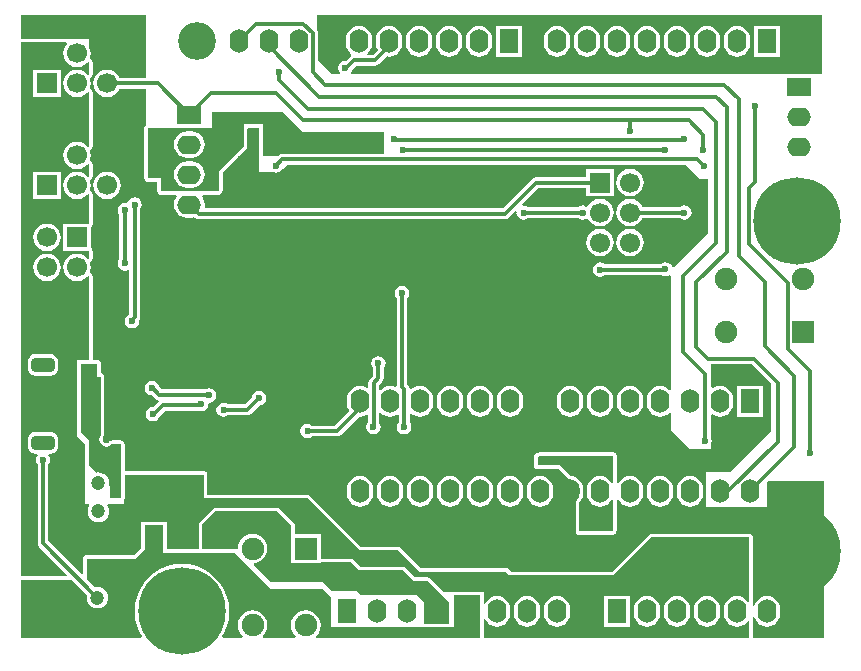
<source format=gbl>
G04*
G04 #@! TF.GenerationSoftware,Altium Limited,Altium Designer,18.0.7 (293)*
G04*
G04 Layer_Physical_Order=2*
G04 Layer_Color=16711680*
%FSLAX25Y25*%
%MOIN*%
G70*
G01*
G75*
%ADD55C,0.07480*%
%ADD56R,0.07480X0.07480*%
%ADD61R,0.07480X0.07480*%
%ADD70C,0.01181*%
%ADD71C,0.06693*%
%ADD72R,0.06693X0.06693*%
%ADD73C,0.12598*%
%ADD74O,0.06299X0.07874*%
%ADD75R,0.06299X0.07874*%
%ADD76C,0.29134*%
%ADD77R,0.06693X0.06693*%
%ADD78O,0.07874X0.06299*%
%ADD79R,0.07874X0.06299*%
G04:AMPARAMS|DCode=80|XSize=78.74mil|YSize=47.24mil|CornerRadius=14.17mil|HoleSize=0mil|Usage=FLASHONLY|Rotation=0.000|XOffset=0mil|YOffset=0mil|HoleType=Round|Shape=RoundedRectangle|*
%AMROUNDEDRECTD80*
21,1,0.07874,0.01890,0,0,0.0*
21,1,0.05039,0.04724,0,0,0.0*
1,1,0.02835,0.02520,-0.00945*
1,1,0.02835,-0.02520,-0.00945*
1,1,0.02835,-0.02520,0.00945*
1,1,0.02835,0.02520,0.00945*
%
%ADD80ROUNDEDRECTD80*%
%ADD81C,0.04724*%
%ADD82C,0.02362*%
G36*
X268504Y188976D02*
X111339D01*
X111337Y188985D01*
X111224Y189476D01*
X111721Y190220D01*
X111782Y190527D01*
X113051Y191796D01*
X119291D01*
X119983Y191934D01*
X120569Y192325D01*
X123194Y194951D01*
X124000Y194844D01*
X125130Y194993D01*
X126184Y195430D01*
X127089Y196124D01*
X127783Y197029D01*
X128219Y198082D01*
X128368Y199213D01*
Y200787D01*
X128219Y201918D01*
X127783Y202971D01*
X127089Y203876D01*
X126184Y204570D01*
X125130Y205007D01*
X124000Y205155D01*
X122870Y205007D01*
X121816Y204570D01*
X120911Y203876D01*
X120217Y202971D01*
X119781Y201918D01*
X119632Y200787D01*
Y199213D01*
X119781Y198082D01*
X120201Y197067D01*
X118543Y195409D01*
X116978D01*
X116808Y195909D01*
X117089Y196124D01*
X117783Y197029D01*
X118219Y198082D01*
X118368Y199213D01*
Y200787D01*
X118219Y201918D01*
X117783Y202971D01*
X117089Y203876D01*
X116184Y204570D01*
X115130Y205007D01*
X114000Y205155D01*
X112870Y205007D01*
X111816Y204570D01*
X110911Y203876D01*
X110217Y202971D01*
X109781Y201918D01*
X109632Y200787D01*
Y199213D01*
X109781Y198082D01*
X110217Y197029D01*
X110911Y196124D01*
X111444Y195715D01*
X111450Y195701D01*
X111392Y195124D01*
X111026Y194880D01*
X109663Y193517D01*
X109496Y193550D01*
X108574Y193367D01*
X107793Y192845D01*
X107271Y192063D01*
X107088Y191142D01*
X107271Y190220D01*
X107768Y189476D01*
X107656Y188985D01*
X107653Y188976D01*
X105118D01*
X100334Y193761D01*
Y202663D01*
X100196Y203354D01*
X100000Y203648D01*
Y208661D01*
X268504D01*
Y188976D01*
D02*
G37*
G36*
X16500Y199606D02*
X16677Y199106D01*
X16045Y198283D01*
X15589Y197182D01*
X15433Y196000D01*
X15589Y194818D01*
X16045Y193717D01*
X16771Y192771D01*
X17717Y192045D01*
X18818Y191589D01*
X20000Y191433D01*
X21182Y191589D01*
X22283Y192045D01*
X23229Y192771D01*
X23516Y193145D01*
X24016Y192975D01*
Y189025D01*
X23516Y188856D01*
X23229Y189229D01*
X22283Y189955D01*
X21182Y190411D01*
X20000Y190567D01*
X18818Y190411D01*
X17717Y189955D01*
X16771Y189229D01*
X16045Y188283D01*
X15589Y187182D01*
X15433Y186000D01*
X15589Y184818D01*
X16045Y183717D01*
X16771Y182771D01*
X17717Y182045D01*
X18818Y181589D01*
X20000Y181433D01*
X21182Y181589D01*
X22283Y182045D01*
X23229Y182771D01*
X23516Y183144D01*
X24016Y182975D01*
Y165025D01*
X23516Y164856D01*
X23229Y165229D01*
X22283Y165955D01*
X21182Y166411D01*
X20000Y166567D01*
X18818Y166411D01*
X17717Y165955D01*
X16771Y165229D01*
X16045Y164283D01*
X15589Y163182D01*
X15433Y162000D01*
X15589Y160818D01*
X16045Y159717D01*
X16771Y158771D01*
X17717Y158045D01*
X18818Y157589D01*
X20000Y157433D01*
X21182Y157589D01*
X22283Y158045D01*
X23229Y158771D01*
X23516Y159144D01*
X24016Y158975D01*
Y155025D01*
X23516Y154856D01*
X23229Y155229D01*
X22283Y155955D01*
X21182Y156411D01*
X20000Y156567D01*
X18818Y156411D01*
X17717Y155955D01*
X16771Y155229D01*
X16045Y154283D01*
X15589Y153182D01*
X15433Y152000D01*
X15589Y150818D01*
X16045Y149717D01*
X16771Y148771D01*
X17717Y148045D01*
X18818Y147589D01*
X20000Y147433D01*
X21182Y147589D01*
X22283Y148045D01*
X23229Y148771D01*
X23516Y149144D01*
X24016Y148975D01*
X24016Y139173D01*
X15473D01*
Y130118D01*
X24016D01*
Y127671D01*
X23516Y127501D01*
X23229Y127875D01*
X22283Y128601D01*
X21182Y129057D01*
X20000Y129212D01*
X18818Y129057D01*
X17717Y128601D01*
X16771Y127875D01*
X16045Y126929D01*
X15589Y125828D01*
X15433Y124646D01*
X15589Y123464D01*
X16045Y122362D01*
X16771Y121417D01*
X17717Y120691D01*
X18818Y120235D01*
X20000Y120079D01*
X21182Y120235D01*
X22283Y120691D01*
X23229Y121417D01*
X23516Y121790D01*
X24016Y121620D01*
Y93724D01*
X21260D01*
X21144Y93701D01*
X20079Y93701D01*
Y92636D01*
X20056Y92520D01*
Y69685D01*
X20056Y69685D01*
X20079Y69569D01*
Y68504D01*
X22812Y65771D01*
Y58662D01*
X22812Y58661D01*
X22835Y58545D01*
Y45669D01*
X23946D01*
X24168Y45221D01*
X24070Y45094D01*
X23713Y44232D01*
X23592Y43307D01*
X23713Y42382D01*
X24070Y41520D01*
X24638Y40780D01*
X25378Y40212D01*
X26240Y39855D01*
X27165Y39733D01*
X28090Y39855D01*
X28952Y40212D01*
X29693Y40780D01*
X30260Y41520D01*
X30617Y42382D01*
X30739Y43307D01*
X30617Y44232D01*
X30260Y45094D01*
X30163Y45221D01*
X30384Y45669D01*
X35827D01*
Y47521D01*
X35850Y47638D01*
Y55512D01*
X62205D01*
Y51807D01*
X62159Y51575D01*
X62205Y51342D01*
Y47638D01*
X96850D01*
X114173Y30315D01*
X127165D01*
X134252Y23228D01*
X161185D01*
X161417Y23182D01*
X161650Y23228D01*
X162992D01*
X164173Y22047D01*
X198819D01*
X211417Y34646D01*
X244094D01*
Y13387D01*
X243595Y13217D01*
X243089Y13876D01*
X242184Y14570D01*
X241130Y15007D01*
X240000Y15156D01*
X238870Y15007D01*
X237816Y14570D01*
X236911Y13876D01*
X236217Y12971D01*
X235781Y11918D01*
X235632Y10787D01*
Y9213D01*
X235781Y8082D01*
X236217Y7029D01*
X236911Y6124D01*
X237816Y5430D01*
X238870Y4993D01*
X240000Y4845D01*
X241130Y4993D01*
X242184Y5430D01*
X243089Y6124D01*
X243595Y6783D01*
X244094Y6613D01*
Y1181D01*
X155535D01*
X155535Y1181D01*
Y7369D01*
X156035Y7468D01*
X156217Y7029D01*
X156911Y6124D01*
X157816Y5430D01*
X158870Y4993D01*
X160000Y4845D01*
X161130Y4993D01*
X162184Y5430D01*
X163089Y6124D01*
X163783Y7029D01*
X164219Y8082D01*
X164368Y9213D01*
Y10787D01*
X164219Y11918D01*
X163783Y12971D01*
X163089Y13876D01*
X162184Y14570D01*
X161130Y15007D01*
X160000Y15156D01*
X158870Y15007D01*
X157816Y14570D01*
X156911Y13876D01*
X156217Y12971D01*
X156035Y12532D01*
X155535Y12631D01*
Y15354D01*
X155512Y15471D01*
Y16535D01*
X154447D01*
X154331Y16559D01*
X145669D01*
X145553Y16535D01*
X142254Y16535D01*
X137859Y20930D01*
X137469Y21191D01*
X137008Y21283D01*
X137008Y21283D01*
X132782D01*
X129592Y24474D01*
X129201Y24735D01*
X128740Y24826D01*
X128740Y24826D01*
X114672Y24826D01*
X112269Y27229D01*
X112269Y27229D01*
X111878Y27491D01*
X111417Y27582D01*
X111417Y27582D01*
X101181Y27582D01*
Y35827D01*
X92543D01*
Y38583D01*
X92543Y38583D01*
X92520Y38699D01*
Y38976D01*
X92448Y39048D01*
X92190Y39434D01*
X87422Y44202D01*
X87421Y44203D01*
X87420Y44204D01*
X87227Y44333D01*
X87031Y44463D01*
X87030Y44464D01*
X87029Y44464D01*
X86800Y44509D01*
X86571Y44555D01*
X86569Y44555D01*
X86568Y44555D01*
X68895Y44511D01*
X66092D01*
X66092Y44511D01*
X65631Y44420D01*
X65240Y44159D01*
X65240Y44159D01*
X60960Y39878D01*
X60698Y39487D01*
X60607Y39026D01*
X60607Y39026D01*
X60607Y30732D01*
X56032D01*
X55954Y30716D01*
X55875Y30722D01*
X55777Y30709D01*
X55719D01*
X55621Y30722D01*
X55542Y30716D01*
X55464Y30732D01*
X50079D01*
Y39764D01*
X48935D01*
X48819Y39787D01*
X42520D01*
X42403Y39764D01*
X41417D01*
Y39059D01*
X41407Y39044D01*
X41315Y38583D01*
Y31207D01*
X38871Y28763D01*
X23228D01*
X22768Y28672D01*
X22377Y28411D01*
X22116Y28020D01*
X22024Y27559D01*
Y22522D01*
X21562Y22331D01*
X10468Y33425D01*
Y58983D01*
X10887Y59610D01*
X11070Y60532D01*
X10887Y61453D01*
X10470Y62076D01*
X10685Y62576D01*
X11181D01*
X11859Y62665D01*
X12491Y62927D01*
X13034Y63344D01*
X13451Y63886D01*
X13713Y64518D01*
X13802Y65197D01*
Y67087D01*
X13713Y67765D01*
X13451Y68397D01*
X13034Y68940D01*
X12491Y69356D01*
X11859Y69618D01*
X11181Y69707D01*
X6142D01*
X5463Y69618D01*
X4831Y69356D01*
X4289Y68940D01*
X3872Y68397D01*
X3610Y67765D01*
X3521Y67087D01*
Y65197D01*
X3610Y64518D01*
X3872Y63886D01*
X4289Y63344D01*
X4831Y62927D01*
X5463Y62665D01*
X6142Y62576D01*
X6638D01*
X6852Y62076D01*
X6436Y61453D01*
X6253Y60532D01*
X6436Y59610D01*
X6855Y58983D01*
Y32677D01*
X6993Y31986D01*
X7384Y31400D01*
X16645Y22139D01*
X16454Y21677D01*
X1181D01*
X1181Y22177D01*
X1181Y199606D01*
X16500Y199606D01*
D02*
G37*
G36*
X42913Y187806D02*
X34152D01*
X33955Y188283D01*
X33229Y189229D01*
X32283Y189955D01*
X31182Y190411D01*
X30000Y190567D01*
X28818Y190411D01*
X27717Y189955D01*
X26771Y189229D01*
X26045Y188283D01*
X25589Y187182D01*
X25433Y186000D01*
X25589Y184818D01*
X26045Y183717D01*
X26771Y182771D01*
X27717Y182045D01*
X28818Y181589D01*
X30000Y181433D01*
X31182Y181589D01*
X32283Y182045D01*
X33229Y182771D01*
X33955Y183717D01*
X34152Y184194D01*
X42913D01*
Y172154D01*
X42849Y172111D01*
X42588Y171721D01*
X42497Y171260D01*
Y154331D01*
X42588Y153870D01*
X42849Y153479D01*
X43240Y153218D01*
X43701Y153127D01*
X46827D01*
Y150000D01*
X46919Y149539D01*
X47180Y149148D01*
X47571Y148887D01*
X48031Y148796D01*
X53063D01*
X53310Y148296D01*
X52910Y147775D01*
X52474Y146721D01*
X52325Y145591D01*
X52474Y144460D01*
X52910Y143406D01*
X53604Y142502D01*
X54509Y141808D01*
X55562Y141371D01*
X56693Y141223D01*
X58268D01*
X59174Y141342D01*
X59274Y141242D01*
X59860Y140851D01*
X60551Y140713D01*
X162598D01*
X163290Y140851D01*
X163876Y141242D01*
X166087Y143454D01*
X166548Y143207D01*
X166489Y142913D01*
X166673Y141992D01*
X167195Y141210D01*
X167976Y140688D01*
X168898Y140505D01*
X169819Y140688D01*
X170452Y141111D01*
X170472Y141107D01*
X187034D01*
X187661Y140688D01*
X188583Y140505D01*
X189504Y140688D01*
X189840Y140913D01*
X190319Y140768D01*
X190376Y140630D01*
X191102Y139684D01*
X192047Y138959D01*
X193149Y138502D01*
X194331Y138347D01*
X195513Y138502D01*
X196614Y138959D01*
X197560Y139684D01*
X198285Y140630D01*
X198742Y141732D01*
X198897Y142913D01*
X198742Y144095D01*
X198285Y145197D01*
X197560Y146142D01*
X196614Y146868D01*
X195513Y147324D01*
X194331Y147480D01*
X193149Y147324D01*
X192047Y146868D01*
X191102Y146142D01*
X190376Y145197D01*
X190319Y145059D01*
X189840Y144914D01*
X189504Y145139D01*
X188583Y145322D01*
X187661Y145139D01*
X187034Y144720D01*
X170472D01*
X170452Y144716D01*
X169819Y145139D01*
X168898Y145322D01*
X168604Y145263D01*
X168358Y145724D01*
X173740Y151107D01*
X189803D01*
Y148386D01*
X198858D01*
Y157441D01*
X189803D01*
Y154720D01*
X172992D01*
X172301Y154582D01*
X171715Y154191D01*
X161850Y144326D01*
X62943D01*
X62535Y144826D01*
X62636Y145591D01*
X62487Y146721D01*
X62051Y147775D01*
X61651Y148296D01*
X61897Y148796D01*
X66969D01*
X66969Y148796D01*
X67430Y148887D01*
X67821Y149148D01*
X68174Y149502D01*
X68244Y149606D01*
X68504D01*
Y150237D01*
X68527Y150354D01*
X68527Y150354D01*
X68527Y156194D01*
X76442Y164109D01*
X76703Y164500D01*
X76795Y164961D01*
X76795Y164961D01*
X76795Y170883D01*
X77148Y171237D01*
X80686Y171237D01*
X80686Y161811D01*
X80709Y161695D01*
Y156299D01*
X85690Y156299D01*
X86417Y156155D01*
X87145Y156299D01*
X87500Y156299D01*
X90453Y158661D01*
X222835Y158661D01*
X227559Y153937D01*
X230315D01*
Y136221D01*
X218885Y124790D01*
X218411Y124901D01*
X218350Y124963D01*
X217845Y125719D01*
X217063Y126241D01*
X216142Y126424D01*
X215220Y126241D01*
X214439Y125719D01*
X214403Y125665D01*
X195879D01*
X195252Y126083D01*
X194331Y126267D01*
X193409Y126083D01*
X192628Y125561D01*
X192106Y124780D01*
X191922Y123858D01*
X192106Y122937D01*
X192628Y122155D01*
X193409Y121633D01*
X194331Y121450D01*
X195252Y121633D01*
X195879Y122052D01*
X214829D01*
X215220Y121791D01*
X216142Y121607D01*
X217063Y121791D01*
X217610Y122156D01*
X218110Y121889D01*
Y83779D01*
X217637Y83618D01*
X217439Y83876D01*
X216534Y84570D01*
X215481Y85007D01*
X214350Y85155D01*
X213220Y85007D01*
X212166Y84570D01*
X211262Y83876D01*
X210567Y82971D01*
X210131Y81918D01*
X209982Y80787D01*
Y79213D01*
X210131Y78082D01*
X210567Y77029D01*
X211262Y76124D01*
X212166Y75430D01*
X213220Y74993D01*
X214350Y74844D01*
X215481Y74993D01*
X216534Y75430D01*
X217439Y76124D01*
X217637Y76381D01*
X218110Y76221D01*
Y70472D01*
X224410Y64173D01*
X231496Y64173D01*
Y65906D01*
X231641Y66634D01*
X231496Y67361D01*
Y75379D01*
X231944Y75600D01*
X232166Y75430D01*
X233220Y74993D01*
X234350Y74844D01*
X235481Y74993D01*
X236534Y75430D01*
X237439Y76124D01*
X238133Y77029D01*
X238570Y78082D01*
X238719Y79213D01*
Y80787D01*
X238570Y81918D01*
X238133Y82971D01*
X237439Y83876D01*
X236534Y84570D01*
X235481Y85007D01*
X234350Y85155D01*
X233220Y85007D01*
X232166Y84570D01*
X231944Y84400D01*
X231496Y84621D01*
Y92387D01*
X244823D01*
X251181Y86028D01*
Y69685D01*
X237795Y56299D01*
X229528D01*
Y44882D01*
X234067D01*
X234350Y44844D01*
X234634Y44882D01*
X244067D01*
X244350Y44844D01*
X244634Y44882D01*
X250000D01*
Y53095D01*
X250448Y53543D01*
X268504D01*
X268898Y53380D01*
Y1181D01*
X245299D01*
Y6613D01*
X245291Y6652D01*
X245296Y6692D01*
X245276Y6769D01*
Y8089D01*
X245776Y8121D01*
X245781Y8082D01*
X246217Y7029D01*
X246911Y6124D01*
X247816Y5430D01*
X248869Y4993D01*
X250000Y4845D01*
X251131Y4993D01*
X252184Y5430D01*
X253089Y6124D01*
X253783Y7029D01*
X254219Y8082D01*
X254368Y9213D01*
Y10787D01*
X254219Y11918D01*
X253783Y12971D01*
X253089Y13876D01*
X252184Y14570D01*
X251131Y15007D01*
X250000Y15156D01*
X248869Y15007D01*
X247816Y14570D01*
X246911Y13876D01*
X246217Y12971D01*
X245781Y11918D01*
X245776Y11879D01*
X245276Y11911D01*
Y13231D01*
X245296Y13308D01*
X245291Y13348D01*
X245299Y13387D01*
Y34646D01*
X245207Y35107D01*
X244946Y35497D01*
X244555Y35758D01*
X244094Y35850D01*
X211417D01*
X210957Y35758D01*
X210566Y35497D01*
X198320Y23252D01*
X164672D01*
X163844Y24080D01*
X163457Y24338D01*
X163386Y24409D01*
X163109D01*
X162992Y24433D01*
X162992Y24433D01*
X161650D01*
X161534Y24409D01*
X161301D01*
X161185Y24433D01*
X134751D01*
X128017Y31166D01*
X127630Y31425D01*
X127559Y31496D01*
X127282D01*
X127165Y31519D01*
X127165Y31519D01*
X126494D01*
X126378Y31542D01*
X126262Y31519D01*
X114672D01*
X97702Y48489D01*
X97311Y48750D01*
X96850Y48842D01*
X96850Y48842D01*
X63409D01*
Y51342D01*
X63386Y51459D01*
Y51691D01*
X63409Y51807D01*
Y55512D01*
X63386Y55628D01*
Y56299D01*
X63099D01*
X63056Y56363D01*
X62666Y56624D01*
X62205Y56716D01*
X35850D01*
Y65748D01*
X35758Y66209D01*
X35497Y66600D01*
X35107Y66861D01*
X34646Y66952D01*
X31612D01*
X31495Y66929D01*
X31377Y66929D01*
X31267Y66884D01*
X31151Y66861D01*
X31052Y66795D01*
X30943Y66749D01*
X30859Y66666D01*
X30760Y66600D01*
X30708Y66522D01*
X30275Y66232D01*
X29823Y66142D01*
X29371Y66232D01*
X28970Y66500D01*
X28954Y66539D01*
X28732Y66871D01*
X28642Y67323D01*
X28732Y67775D01*
X28954Y68107D01*
X28999Y68216D01*
X29065Y68315D01*
X29089Y68431D01*
X29134Y68541D01*
X29134Y68660D01*
X29157Y68776D01*
Y88189D01*
X29065Y88650D01*
X28804Y89040D01*
X28414Y89302D01*
X27976Y89389D01*
Y92520D01*
X27884Y92980D01*
X27623Y93371D01*
X27233Y93632D01*
X26772Y93724D01*
X25220D01*
Y121620D01*
X25212Y121660D01*
X25217Y121699D01*
X25167Y121889D01*
X25128Y122081D01*
X25106Y122115D01*
X25096Y122153D01*
X24976Y122309D01*
X24867Y122472D01*
X24834Y122494D01*
X24810Y122526D01*
X24640Y122624D01*
X24477Y122733D01*
X24295Y123183D01*
X24411Y123464D01*
X24567Y124646D01*
X24411Y125828D01*
X24295Y126108D01*
X24477Y126558D01*
X24640Y126667D01*
X24810Y126766D01*
X24834Y126797D01*
X24867Y126819D01*
X24976Y126983D01*
X25096Y127138D01*
X25106Y127177D01*
X25128Y127210D01*
X25167Y127402D01*
X25217Y127592D01*
X25212Y127632D01*
X25220Y127671D01*
Y130118D01*
X25128Y130579D01*
X24867Y130970D01*
X24528Y131197D01*
Y138095D01*
X24867Y138322D01*
X25128Y138712D01*
X25220Y139173D01*
X25220Y148975D01*
X25212Y149014D01*
X25217Y149054D01*
X25167Y149243D01*
X25128Y149436D01*
X25106Y149469D01*
X25096Y149507D01*
X24976Y149663D01*
X24867Y149826D01*
X24834Y149848D01*
X24810Y149880D01*
X24640Y149978D01*
X24477Y150087D01*
X24295Y150538D01*
X24411Y150818D01*
X24567Y152000D01*
X24411Y153182D01*
X24295Y153462D01*
X24477Y153913D01*
X24640Y154022D01*
X24810Y154120D01*
X24834Y154151D01*
X24867Y154174D01*
X24976Y154337D01*
X25096Y154493D01*
X25106Y154531D01*
X25128Y154564D01*
X25167Y154757D01*
X25217Y154946D01*
X25212Y154986D01*
X25220Y155025D01*
Y158975D01*
X25212Y159014D01*
X25217Y159054D01*
X25167Y159243D01*
X25128Y159436D01*
X25106Y159469D01*
X25096Y159507D01*
X24976Y159663D01*
X24867Y159826D01*
X24834Y159848D01*
X24810Y159880D01*
X24640Y159978D01*
X24477Y160087D01*
X24295Y160538D01*
X24411Y160818D01*
X24567Y162000D01*
X24411Y163182D01*
X24295Y163462D01*
X24477Y163913D01*
X24640Y164022D01*
X24810Y164120D01*
X24834Y164152D01*
X24867Y164174D01*
X24976Y164337D01*
X25096Y164493D01*
X25106Y164531D01*
X25128Y164564D01*
X25167Y164757D01*
X25217Y164946D01*
X25212Y164986D01*
X25220Y165025D01*
Y182975D01*
X25212Y183014D01*
X25217Y183054D01*
X25167Y183243D01*
X25128Y183436D01*
X25106Y183469D01*
X25096Y183507D01*
X24976Y183663D01*
X24867Y183826D01*
X24834Y183849D01*
X24810Y183880D01*
X24640Y183978D01*
X24477Y184087D01*
X24295Y184538D01*
X24411Y184818D01*
X24567Y186000D01*
X24411Y187182D01*
X24295Y187462D01*
X24477Y187913D01*
X24640Y188022D01*
X24810Y188120D01*
X24834Y188152D01*
X24867Y188174D01*
X24976Y188337D01*
X25096Y188493D01*
X25106Y188531D01*
X25128Y188564D01*
X25167Y188757D01*
X25217Y188946D01*
X25212Y188986D01*
X25220Y189025D01*
Y192975D01*
X25212Y193014D01*
X25217Y193053D01*
X25167Y193243D01*
X25128Y193436D01*
X25106Y193469D01*
X25096Y193507D01*
X24976Y193663D01*
X24867Y193826D01*
X24834Y193849D01*
X24810Y193880D01*
X24640Y193978D01*
X24477Y194087D01*
X24295Y194538D01*
X24411Y194818D01*
X24567Y196000D01*
X24411Y197182D01*
X24016Y198136D01*
Y200787D01*
X16649D01*
X16565Y200809D01*
X16533Y200804D01*
X16500Y200811D01*
X1181Y200811D01*
Y208661D01*
X42913D01*
Y187806D01*
D02*
G37*
G36*
X88583Y176378D02*
X95276Y169685D01*
X122441Y169685D01*
X122441Y162436D01*
X88484D01*
X87793Y162299D01*
X87207Y161907D01*
X87111Y161811D01*
X81890D01*
X81890Y172441D01*
X75590Y172441D01*
X75591Y164961D01*
X67323Y156693D01*
X67323Y150354D01*
X66969Y150000D01*
X48031D01*
Y154331D01*
X43701D01*
Y171260D01*
X64961D01*
X64961Y176378D01*
X88583Y176378D01*
D02*
G37*
G36*
X26772Y88189D02*
X27953D01*
Y68776D01*
X27598Y68244D01*
X27414Y67323D01*
X27598Y66401D01*
X27953Y65870D01*
Y65748D01*
X28034D01*
X28120Y65620D01*
X28901Y65098D01*
X29823Y64914D01*
X30744Y65098D01*
X31526Y65620D01*
X31612Y65748D01*
X34646D01*
Y47638D01*
X31102D01*
Y51575D01*
X30644Y52033D01*
X30739Y52756D01*
X30617Y53681D01*
X30260Y54543D01*
X29693Y55283D01*
X28952Y55851D01*
X28090Y56208D01*
X27165Y56330D01*
X26443Y56235D01*
X24016Y58661D01*
Y66929D01*
X21260Y69685D01*
Y92520D01*
X26772D01*
Y88189D01*
D02*
G37*
G36*
X91339Y38583D02*
Y26378D01*
X91339D01*
Y25984D01*
X101181D01*
Y26378D01*
X111417Y26378D01*
X114173Y23622D01*
X128740Y23622D01*
X132283Y20079D01*
X137008D01*
X144095Y12992D01*
Y5929D01*
X135827D01*
Y12992D01*
X133465Y15354D01*
X114567D01*
X112992Y16929D01*
X104724D01*
X101969Y19685D01*
X84646D01*
X78852Y25478D01*
X79032Y26006D01*
X79828Y26111D01*
X81025Y26607D01*
X82053Y27396D01*
X82842Y28424D01*
X83338Y29621D01*
X83507Y30906D01*
X83338Y32190D01*
X82842Y33387D01*
X82053Y34415D01*
X81025Y35204D01*
X79828Y35700D01*
X78543Y35869D01*
X77259Y35700D01*
X76061Y35204D01*
X75033Y34415D01*
X74245Y33387D01*
X73749Y32190D01*
X73580Y30906D01*
X73407Y30709D01*
X72557D01*
X72441Y30732D01*
X72441Y30732D01*
X66032D01*
X65954Y30716D01*
X65875Y30722D01*
X65777Y30709D01*
X65719D01*
X65621Y30722D01*
X65542Y30716D01*
X65464Y30732D01*
X61811D01*
X61811Y39026D01*
X66092Y43307D01*
X68898D01*
X86571Y43351D01*
X91339Y38583D01*
D02*
G37*
G36*
X48819Y29528D02*
X55464D01*
X55748Y29490D01*
X56032Y29528D01*
X65464D01*
X65748Y29490D01*
X66032Y29528D01*
X72441D01*
X84646Y17323D01*
X101969Y17323D01*
X104724Y14567D01*
Y4724D01*
X145669D01*
Y15354D01*
X154331D01*
Y1181D01*
X99734D01*
X99574Y1655D01*
X99770Y1805D01*
X100559Y2833D01*
X101054Y4030D01*
X101224Y5315D01*
X101054Y6600D01*
X100559Y7797D01*
X99770Y8825D01*
X98742Y9614D01*
X97545Y10110D01*
X96260Y10279D01*
X94975Y10110D01*
X93778Y9614D01*
X92750Y8825D01*
X91961Y7797D01*
X91465Y6600D01*
X91296Y5315D01*
X91465Y4030D01*
X91961Y2833D01*
X92750Y1805D01*
X92946Y1655D01*
X92785Y1181D01*
X82018D01*
X81857Y1655D01*
X82053Y1805D01*
X82842Y2833D01*
X83338Y4030D01*
X83507Y5315D01*
X83338Y6600D01*
X82842Y7797D01*
X82053Y8825D01*
X81025Y9614D01*
X79828Y10110D01*
X78543Y10279D01*
X77259Y10110D01*
X76061Y9614D01*
X75033Y8825D01*
X74245Y7797D01*
X73749Y6600D01*
X73580Y5315D01*
X73749Y4030D01*
X74245Y2833D01*
X75033Y1805D01*
X75230Y1655D01*
X75069Y1181D01*
X68577D01*
X68333Y1617D01*
X69075Y2828D01*
X70024Y5119D01*
X70602Y7529D01*
X70797Y10000D01*
X70602Y12471D01*
X70024Y14882D01*
X69075Y17172D01*
X67780Y19285D01*
X66170Y21170D01*
X64285Y22780D01*
X62172Y24075D01*
X59882Y25024D01*
X57471Y25602D01*
X55000Y25797D01*
X52529Y25602D01*
X50118Y25024D01*
X47828Y24075D01*
X45715Y22780D01*
X43830Y21170D01*
X42220Y19285D01*
X40925Y17172D01*
X39976Y14882D01*
X39398Y12471D01*
X39203Y10000D01*
X39398Y7529D01*
X39976Y5119D01*
X40925Y2828D01*
X41667Y1617D01*
X41423Y1181D01*
X1181D01*
Y18898D01*
Y20472D01*
X18312D01*
X23316Y15468D01*
X23198Y14567D01*
X23320Y13642D01*
X23677Y12780D01*
X24245Y12040D01*
X24985Y11472D01*
X25847Y11115D01*
X26772Y10993D01*
X27697Y11115D01*
X28559Y11472D01*
X29299Y12040D01*
X29867Y12780D01*
X30224Y13642D01*
X30345Y14567D01*
X30224Y15492D01*
X29867Y16354D01*
X29299Y17094D01*
X28559Y17662D01*
X27697Y18019D01*
X26772Y18141D01*
X25871Y18022D01*
X23228Y20665D01*
Y27559D01*
X39370D01*
X42520Y30709D01*
Y38583D01*
X48819D01*
Y29528D01*
D02*
G37*
%LPC*%
G36*
X254331Y205118D02*
X245669D01*
Y194882D01*
X254331D01*
Y205118D01*
D02*
G37*
G36*
X168331D02*
X159669D01*
Y194882D01*
X168331D01*
Y205118D01*
D02*
G37*
G36*
X240000Y205155D02*
X238870Y205007D01*
X237816Y204570D01*
X236911Y203876D01*
X236217Y202971D01*
X235781Y201918D01*
X235632Y200787D01*
Y199213D01*
X235781Y198082D01*
X236217Y197029D01*
X236911Y196124D01*
X237816Y195430D01*
X238870Y194993D01*
X240000Y194844D01*
X241130Y194993D01*
X242184Y195430D01*
X243089Y196124D01*
X243783Y197029D01*
X244219Y198082D01*
X244368Y199213D01*
Y200787D01*
X244219Y201918D01*
X243783Y202971D01*
X243089Y203876D01*
X242184Y204570D01*
X241130Y205007D01*
X240000Y205155D01*
D02*
G37*
G36*
X230000D02*
X228870Y205007D01*
X227816Y204570D01*
X226911Y203876D01*
X226217Y202971D01*
X225781Y201918D01*
X225632Y200787D01*
Y199213D01*
X225781Y198082D01*
X226217Y197029D01*
X226911Y196124D01*
X227816Y195430D01*
X228870Y194993D01*
X230000Y194844D01*
X231131Y194993D01*
X232184Y195430D01*
X233089Y196124D01*
X233783Y197029D01*
X234219Y198082D01*
X234368Y199213D01*
Y200787D01*
X234219Y201918D01*
X233783Y202971D01*
X233089Y203876D01*
X232184Y204570D01*
X231131Y205007D01*
X230000Y205155D01*
D02*
G37*
G36*
X220000D02*
X218869Y205007D01*
X217816Y204570D01*
X216911Y203876D01*
X216217Y202971D01*
X215781Y201918D01*
X215632Y200787D01*
Y199213D01*
X215781Y198082D01*
X216217Y197029D01*
X216911Y196124D01*
X217816Y195430D01*
X218869Y194993D01*
X220000Y194844D01*
X221130Y194993D01*
X222184Y195430D01*
X223089Y196124D01*
X223783Y197029D01*
X224219Y198082D01*
X224368Y199213D01*
Y200787D01*
X224219Y201918D01*
X223783Y202971D01*
X223089Y203876D01*
X222184Y204570D01*
X221130Y205007D01*
X220000Y205155D01*
D02*
G37*
G36*
X210000D02*
X208870Y205007D01*
X207816Y204570D01*
X206911Y203876D01*
X206217Y202971D01*
X205781Y201918D01*
X205632Y200787D01*
Y199213D01*
X205781Y198082D01*
X206217Y197029D01*
X206911Y196124D01*
X207816Y195430D01*
X208870Y194993D01*
X210000Y194844D01*
X211130Y194993D01*
X212184Y195430D01*
X213089Y196124D01*
X213783Y197029D01*
X214219Y198082D01*
X214368Y199213D01*
Y200787D01*
X214219Y201918D01*
X213783Y202971D01*
X213089Y203876D01*
X212184Y204570D01*
X211130Y205007D01*
X210000Y205155D01*
D02*
G37*
G36*
X200000D02*
X198870Y205007D01*
X197816Y204570D01*
X196911Y203876D01*
X196217Y202971D01*
X195781Y201918D01*
X195632Y200787D01*
Y199213D01*
X195781Y198082D01*
X196217Y197029D01*
X196911Y196124D01*
X197816Y195430D01*
X198870Y194993D01*
X200000Y194844D01*
X201131Y194993D01*
X202184Y195430D01*
X203089Y196124D01*
X203783Y197029D01*
X204219Y198082D01*
X204368Y199213D01*
Y200787D01*
X204219Y201918D01*
X203783Y202971D01*
X203089Y203876D01*
X202184Y204570D01*
X201131Y205007D01*
X200000Y205155D01*
D02*
G37*
G36*
X190000D02*
X188870Y205007D01*
X187816Y204570D01*
X186911Y203876D01*
X186217Y202971D01*
X185781Y201918D01*
X185632Y200787D01*
Y199213D01*
X185781Y198082D01*
X186217Y197029D01*
X186911Y196124D01*
X187816Y195430D01*
X188870Y194993D01*
X190000Y194844D01*
X191130Y194993D01*
X192184Y195430D01*
X193089Y196124D01*
X193783Y197029D01*
X194219Y198082D01*
X194368Y199213D01*
Y200787D01*
X194219Y201918D01*
X193783Y202971D01*
X193089Y203876D01*
X192184Y204570D01*
X191130Y205007D01*
X190000Y205155D01*
D02*
G37*
G36*
X180000D02*
X178869Y205007D01*
X177816Y204570D01*
X176911Y203876D01*
X176217Y202971D01*
X175781Y201918D01*
X175632Y200787D01*
Y199213D01*
X175781Y198082D01*
X176217Y197029D01*
X176911Y196124D01*
X177816Y195430D01*
X178869Y194993D01*
X180000Y194844D01*
X181131Y194993D01*
X182184Y195430D01*
X183089Y196124D01*
X183783Y197029D01*
X184219Y198082D01*
X184368Y199213D01*
Y200787D01*
X184219Y201918D01*
X183783Y202971D01*
X183089Y203876D01*
X182184Y204570D01*
X181131Y205007D01*
X180000Y205155D01*
D02*
G37*
G36*
X154000D02*
X152869Y205007D01*
X151816Y204570D01*
X150911Y203876D01*
X150217Y202971D01*
X149781Y201918D01*
X149632Y200787D01*
Y199213D01*
X149781Y198082D01*
X150217Y197029D01*
X150911Y196124D01*
X151816Y195430D01*
X152869Y194993D01*
X154000Y194844D01*
X155131Y194993D01*
X156184Y195430D01*
X157089Y196124D01*
X157783Y197029D01*
X158219Y198082D01*
X158368Y199213D01*
Y200787D01*
X158219Y201918D01*
X157783Y202971D01*
X157089Y203876D01*
X156184Y204570D01*
X155131Y205007D01*
X154000Y205155D01*
D02*
G37*
G36*
X144000D02*
X142869Y205007D01*
X141816Y204570D01*
X140911Y203876D01*
X140217Y202971D01*
X139781Y201918D01*
X139632Y200787D01*
Y199213D01*
X139781Y198082D01*
X140217Y197029D01*
X140911Y196124D01*
X141816Y195430D01*
X142869Y194993D01*
X144000Y194844D01*
X145131Y194993D01*
X146184Y195430D01*
X147089Y196124D01*
X147783Y197029D01*
X148219Y198082D01*
X148368Y199213D01*
Y200787D01*
X148219Y201918D01*
X147783Y202971D01*
X147089Y203876D01*
X146184Y204570D01*
X145131Y205007D01*
X144000Y205155D01*
D02*
G37*
G36*
X134000D02*
X132870Y205007D01*
X131816Y204570D01*
X130911Y203876D01*
X130217Y202971D01*
X129781Y201918D01*
X129632Y200787D01*
Y199213D01*
X129781Y198082D01*
X130217Y197029D01*
X130911Y196124D01*
X131816Y195430D01*
X132870Y194993D01*
X134000Y194844D01*
X135131Y194993D01*
X136184Y195430D01*
X137089Y196124D01*
X137783Y197029D01*
X138219Y198082D01*
X138368Y199213D01*
Y200787D01*
X138219Y201918D01*
X137783Y202971D01*
X137089Y203876D01*
X136184Y204570D01*
X135131Y205007D01*
X134000Y205155D01*
D02*
G37*
G36*
X14527Y190527D02*
X5472D01*
Y181473D01*
X14527D01*
Y190527D01*
D02*
G37*
G36*
Y156527D02*
X5472D01*
Y147473D01*
X14527D01*
Y156527D01*
D02*
G37*
G36*
X10000Y139212D02*
X8818Y139057D01*
X7717Y138601D01*
X6771Y137875D01*
X6045Y136929D01*
X5589Y135828D01*
X5433Y134646D01*
X5589Y133464D01*
X6045Y132362D01*
X6771Y131417D01*
X7717Y130691D01*
X8818Y130235D01*
X10000Y130079D01*
X11182Y130235D01*
X12283Y130691D01*
X13229Y131417D01*
X13955Y132362D01*
X14411Y133464D01*
X14567Y134646D01*
X14411Y135828D01*
X13955Y136929D01*
X13229Y137875D01*
X12283Y138601D01*
X11182Y139057D01*
X10000Y139212D01*
D02*
G37*
G36*
Y129212D02*
X8818Y129057D01*
X7717Y128601D01*
X6771Y127875D01*
X6045Y126929D01*
X5589Y125828D01*
X5433Y124646D01*
X5589Y123464D01*
X6045Y122362D01*
X6771Y121417D01*
X7717Y120691D01*
X8818Y120235D01*
X10000Y120079D01*
X11182Y120235D01*
X12283Y120691D01*
X13229Y121417D01*
X13955Y122362D01*
X14411Y123464D01*
X14567Y124646D01*
X14411Y125828D01*
X13955Y126929D01*
X13229Y127875D01*
X12283Y128601D01*
X11182Y129057D01*
X10000Y129212D01*
D02*
G37*
G36*
X11181Y95692D02*
X6142D01*
X5463Y95602D01*
X4831Y95341D01*
X4289Y94924D01*
X3872Y94381D01*
X3610Y93749D01*
X3521Y93071D01*
Y91181D01*
X3610Y90503D01*
X3872Y89871D01*
X4289Y89328D01*
X4831Y88911D01*
X5463Y88650D01*
X6142Y88560D01*
X11181D01*
X11859Y88650D01*
X12491Y88911D01*
X13034Y89328D01*
X13451Y89871D01*
X13713Y90503D01*
X13802Y91181D01*
Y93071D01*
X13713Y93749D01*
X13451Y94381D01*
X13034Y94924D01*
X12491Y95341D01*
X11859Y95602D01*
X11181Y95692D01*
D02*
G37*
G36*
X204331Y15118D02*
X195669D01*
Y4882D01*
X204331D01*
Y15118D01*
D02*
G37*
G36*
X230000Y15156D02*
X228870Y15007D01*
X227816Y14570D01*
X226911Y13876D01*
X226217Y12971D01*
X225781Y11918D01*
X225632Y10787D01*
Y9213D01*
X225781Y8082D01*
X226217Y7029D01*
X226911Y6124D01*
X227816Y5430D01*
X228870Y4993D01*
X230000Y4845D01*
X231131Y4993D01*
X232184Y5430D01*
X233089Y6124D01*
X233783Y7029D01*
X234219Y8082D01*
X234368Y9213D01*
Y10787D01*
X234219Y11918D01*
X233783Y12971D01*
X233089Y13876D01*
X232184Y14570D01*
X231131Y15007D01*
X230000Y15156D01*
D02*
G37*
G36*
X220000D02*
X218869Y15007D01*
X217816Y14570D01*
X216911Y13876D01*
X216217Y12971D01*
X215781Y11918D01*
X215632Y10787D01*
Y9213D01*
X215781Y8082D01*
X216217Y7029D01*
X216911Y6124D01*
X217816Y5430D01*
X218869Y4993D01*
X220000Y4845D01*
X221130Y4993D01*
X222184Y5430D01*
X223089Y6124D01*
X223783Y7029D01*
X224219Y8082D01*
X224368Y9213D01*
Y10787D01*
X224219Y11918D01*
X223783Y12971D01*
X223089Y13876D01*
X222184Y14570D01*
X221130Y15007D01*
X220000Y15156D01*
D02*
G37*
G36*
X210000D02*
X208870Y15007D01*
X207816Y14570D01*
X206911Y13876D01*
X206217Y12971D01*
X205781Y11918D01*
X205632Y10787D01*
Y9213D01*
X205781Y8082D01*
X206217Y7029D01*
X206911Y6124D01*
X207816Y5430D01*
X208870Y4993D01*
X210000Y4845D01*
X211130Y4993D01*
X212184Y5430D01*
X213089Y6124D01*
X213783Y7029D01*
X214219Y8082D01*
X214368Y9213D01*
Y10787D01*
X214219Y11918D01*
X213783Y12971D01*
X213089Y13876D01*
X212184Y14570D01*
X211130Y15007D01*
X210000Y15156D01*
D02*
G37*
G36*
X180000D02*
X178869Y15007D01*
X177816Y14570D01*
X176911Y13876D01*
X176217Y12971D01*
X175781Y11918D01*
X175632Y10787D01*
Y9213D01*
X175781Y8082D01*
X176217Y7029D01*
X176911Y6124D01*
X177816Y5430D01*
X178869Y4993D01*
X180000Y4845D01*
X181131Y4993D01*
X182184Y5430D01*
X183089Y6124D01*
X183783Y7029D01*
X184219Y8082D01*
X184368Y9213D01*
Y10787D01*
X184219Y11918D01*
X183783Y12971D01*
X183089Y13876D01*
X182184Y14570D01*
X181131Y15007D01*
X180000Y15156D01*
D02*
G37*
G36*
X170000D02*
X168869Y15007D01*
X167816Y14570D01*
X166911Y13876D01*
X166217Y12971D01*
X165781Y11918D01*
X165632Y10787D01*
Y9213D01*
X165781Y8082D01*
X166217Y7029D01*
X166911Y6124D01*
X167816Y5430D01*
X168869Y4993D01*
X170000Y4845D01*
X171131Y4993D01*
X172184Y5430D01*
X173089Y6124D01*
X173783Y7029D01*
X174219Y8082D01*
X174368Y9213D01*
Y10787D01*
X174219Y11918D01*
X173783Y12971D01*
X173089Y13876D01*
X172184Y14570D01*
X171131Y15007D01*
X170000Y15156D01*
D02*
G37*
G36*
X204331Y157480D02*
X203149Y157324D01*
X202047Y156868D01*
X201102Y156142D01*
X200376Y155197D01*
X199920Y154095D01*
X199764Y152913D01*
X199920Y151732D01*
X200376Y150630D01*
X201102Y149684D01*
X202047Y148959D01*
X203149Y148502D01*
X204331Y148347D01*
X205513Y148502D01*
X206614Y148959D01*
X207560Y149684D01*
X208285Y150630D01*
X208742Y151732D01*
X208897Y152913D01*
X208742Y154095D01*
X208285Y155197D01*
X207560Y156142D01*
X206614Y156868D01*
X205513Y157324D01*
X204331Y157480D01*
D02*
G37*
G36*
X30000Y156567D02*
X28818Y156411D01*
X27717Y155955D01*
X26771Y155229D01*
X26045Y154283D01*
X25589Y153182D01*
X25433Y152000D01*
X25589Y150818D01*
X26045Y149717D01*
X26771Y148771D01*
X27717Y148045D01*
X28818Y147589D01*
X30000Y147433D01*
X31182Y147589D01*
X32283Y148045D01*
X33229Y148771D01*
X33955Y149717D01*
X34411Y150818D01*
X34567Y152000D01*
X34411Y153182D01*
X33955Y154283D01*
X33229Y155229D01*
X32283Y155955D01*
X31182Y156411D01*
X30000Y156567D01*
D02*
G37*
G36*
X39272Y147979D02*
X38350Y147796D01*
X37569Y147274D01*
X37047Y146493D01*
X37038Y146452D01*
X36459Y146101D01*
X35925Y146208D01*
X35004Y146024D01*
X34222Y145502D01*
X33700Y144721D01*
X33517Y143799D01*
X33700Y142877D01*
X34119Y142251D01*
Y127533D01*
X33700Y126906D01*
X33517Y125984D01*
X33700Y125063D01*
X34222Y124281D01*
X35004Y123759D01*
X35925Y123576D01*
X36847Y123759D01*
X37024Y123878D01*
X37465Y123642D01*
Y108938D01*
X37366Y108918D01*
X36584Y108396D01*
X36062Y107615D01*
X35879Y106693D01*
X36062Y105771D01*
X36584Y104990D01*
X37366Y104468D01*
X38287Y104284D01*
X39209Y104468D01*
X39990Y104990D01*
X40512Y105771D01*
X40696Y106693D01*
X40647Y106940D01*
X40940Y107380D01*
X41078Y108071D01*
Y144022D01*
X41497Y144649D01*
X41680Y145571D01*
X41497Y146493D01*
X40975Y147274D01*
X40193Y147796D01*
X39272Y147979D01*
D02*
G37*
G36*
X204331Y147480D02*
X203149Y147324D01*
X202047Y146868D01*
X201102Y146142D01*
X200376Y145197D01*
X199920Y144095D01*
X199764Y142913D01*
X199920Y141732D01*
X200376Y140630D01*
X201102Y139684D01*
X202047Y138959D01*
X203149Y138502D01*
X204331Y138347D01*
X205513Y138502D01*
X206614Y138959D01*
X207560Y139684D01*
X208285Y140630D01*
X208483Y141107D01*
X220893D01*
X221519Y140688D01*
X222441Y140505D01*
X223363Y140688D01*
X224144Y141210D01*
X224666Y141992D01*
X224849Y142913D01*
X224666Y143835D01*
X224144Y144616D01*
X223363Y145139D01*
X222441Y145322D01*
X221519Y145139D01*
X220893Y144720D01*
X208483D01*
X208285Y145197D01*
X207560Y146142D01*
X206614Y146868D01*
X205513Y147324D01*
X204331Y147480D01*
D02*
G37*
G36*
Y137480D02*
X203149Y137324D01*
X202047Y136868D01*
X201102Y136143D01*
X200376Y135197D01*
X199920Y134095D01*
X199764Y132913D01*
X199920Y131731D01*
X200376Y130630D01*
X201102Y129684D01*
X202047Y128959D01*
X203149Y128502D01*
X204331Y128347D01*
X205513Y128502D01*
X206614Y128959D01*
X207560Y129684D01*
X208285Y130630D01*
X208742Y131731D01*
X208897Y132913D01*
X208742Y134095D01*
X208285Y135197D01*
X207560Y136143D01*
X206614Y136868D01*
X205513Y137324D01*
X204331Y137480D01*
D02*
G37*
G36*
X194331D02*
X193149Y137324D01*
X192047Y136868D01*
X191102Y136143D01*
X190376Y135197D01*
X189920Y134095D01*
X189764Y132913D01*
X189920Y131731D01*
X190376Y130630D01*
X191102Y129684D01*
X192047Y128959D01*
X193149Y128502D01*
X194331Y128347D01*
X195513Y128502D01*
X196614Y128959D01*
X197560Y129684D01*
X198285Y130630D01*
X198742Y131731D01*
X198897Y132913D01*
X198742Y134095D01*
X198285Y135197D01*
X197560Y136143D01*
X196614Y136868D01*
X195513Y137324D01*
X194331Y137480D01*
D02*
G37*
G36*
X128347Y118550D02*
X127425Y118367D01*
X126643Y117845D01*
X126121Y117063D01*
X125938Y116142D01*
X126121Y115220D01*
X126540Y114593D01*
Y85109D01*
X126162Y84797D01*
X126057Y84768D01*
X125481Y85007D01*
X124350Y85155D01*
X123220Y85007D01*
X122166Y84570D01*
X121262Y83876D01*
X121158Y83741D01*
X120684Y83901D01*
Y85418D01*
X121750Y86484D01*
X122141Y87070D01*
X122279Y87761D01*
Y91070D01*
X122698Y91696D01*
X122881Y92618D01*
X122698Y93540D01*
X122176Y94321D01*
X121394Y94843D01*
X120472Y95027D01*
X119551Y94843D01*
X118769Y94321D01*
X118247Y93540D01*
X118064Y92618D01*
X118247Y91696D01*
X118666Y91070D01*
Y88509D01*
X117601Y87444D01*
X117209Y86858D01*
X117072Y86167D01*
Y84723D01*
X116623Y84502D01*
X116534Y84570D01*
X115481Y85007D01*
X114350Y85155D01*
X113220Y85007D01*
X112166Y84570D01*
X111262Y83876D01*
X110567Y82971D01*
X110131Y81918D01*
X109982Y80787D01*
Y79213D01*
X110131Y78082D01*
X110567Y77029D01*
X110751Y76790D01*
X105846Y71885D01*
X98399D01*
X97772Y72304D01*
X96850Y72487D01*
X95929Y72304D01*
X95147Y71782D01*
X94625Y71000D01*
X94442Y70079D01*
X94625Y69157D01*
X95147Y68376D01*
X95929Y67854D01*
X96850Y67670D01*
X97772Y67854D01*
X98399Y68272D01*
X106595D01*
X107286Y68410D01*
X107872Y68801D01*
X113965Y74895D01*
X114350Y74844D01*
X115481Y74993D01*
X116534Y75430D01*
X116623Y75498D01*
X117072Y75277D01*
Y73064D01*
X116574Y72319D01*
X116391Y71398D01*
X116574Y70476D01*
X117096Y69695D01*
X117877Y69173D01*
X118799Y68989D01*
X119721Y69173D01*
X120502Y69695D01*
X121024Y70476D01*
X121208Y71398D01*
X121024Y72319D01*
X120684Y72828D01*
Y76099D01*
X121158Y76259D01*
X121262Y76124D01*
X122166Y75430D01*
X123220Y74993D01*
X124350Y74844D01*
X125481Y74993D01*
X126534Y75430D01*
X126810Y75641D01*
X127259Y75420D01*
Y73049D01*
X126810Y72378D01*
X126627Y71457D01*
X126810Y70535D01*
X127332Y69754D01*
X128114Y69231D01*
X129035Y69048D01*
X129957Y69231D01*
X130738Y69754D01*
X131261Y70535D01*
X131444Y71457D01*
X131261Y72378D01*
X130871Y72961D01*
Y75876D01*
X131371Y76040D01*
X132166Y75430D01*
X133220Y74993D01*
X134350Y74844D01*
X135481Y74993D01*
X136534Y75430D01*
X137439Y76124D01*
X138133Y77029D01*
X138570Y78082D01*
X138718Y79213D01*
Y80787D01*
X138570Y81918D01*
X138133Y82971D01*
X137439Y83876D01*
X136534Y84570D01*
X135481Y85007D01*
X134350Y85155D01*
X133220Y85007D01*
X132166Y84570D01*
X131371Y83960D01*
X130871Y84124D01*
Y84183D01*
X130734Y84874D01*
X130342Y85460D01*
X130153Y85650D01*
Y114593D01*
X130572Y115220D01*
X130755Y116142D01*
X130572Y117063D01*
X130050Y117845D01*
X129268Y118367D01*
X128347Y118550D01*
D02*
G37*
G36*
X80709Y83511D02*
X79787Y83328D01*
X79006Y82805D01*
X78483Y82024D01*
X78337Y81285D01*
X76023Y78972D01*
X70446D01*
X69819Y79391D01*
X68898Y79574D01*
X67976Y79391D01*
X67195Y78868D01*
X66672Y78087D01*
X66489Y77165D01*
X66672Y76244D01*
X67195Y75462D01*
X67976Y74940D01*
X68898Y74757D01*
X69819Y74940D01*
X70446Y75359D01*
X76772D01*
X77463Y75497D01*
X78049Y75888D01*
X80891Y78730D01*
X81630Y78877D01*
X82412Y79399D01*
X82934Y80181D01*
X83117Y81102D01*
X82934Y82024D01*
X82412Y82805D01*
X81630Y83328D01*
X80709Y83511D01*
D02*
G37*
G36*
X44980Y86857D02*
X44059Y86674D01*
X43277Y86152D01*
X42755Y85370D01*
X42572Y84449D01*
X42755Y83527D01*
X43277Y82746D01*
X44059Y82224D01*
X44980Y82040D01*
X45023Y82049D01*
X46213Y80858D01*
X46799Y80467D01*
X47082Y80411D01*
X47194Y80074D01*
X47204Y79877D01*
X45482Y78155D01*
X45276Y78196D01*
X44354Y78013D01*
X43573Y77490D01*
X43050Y76709D01*
X42867Y75787D01*
X43050Y74866D01*
X43573Y74084D01*
X44354Y73562D01*
X45276Y73379D01*
X46197Y73562D01*
X46979Y74084D01*
X47501Y74866D01*
X47550Y75114D01*
X49272Y76835D01*
X60864D01*
X61417Y76725D01*
X62339Y76909D01*
X63120Y77431D01*
X63643Y78212D01*
X63810Y79054D01*
X63976Y79531D01*
X64898Y79714D01*
X65679Y80236D01*
X66202Y81017D01*
X66385Y81939D01*
X66202Y82861D01*
X65679Y83642D01*
X64898Y84164D01*
X63976Y84347D01*
X63055Y84164D01*
X62722Y83942D01*
X48238D01*
X47304Y84877D01*
X47205Y85370D01*
X46683Y86152D01*
X45902Y86674D01*
X44980Y86857D01*
D02*
G37*
G36*
X248681Y85118D02*
X240020D01*
Y74882D01*
X248681D01*
Y85118D01*
D02*
G37*
G36*
X204350Y85155D02*
X203220Y85007D01*
X202166Y84570D01*
X201262Y83876D01*
X200568Y82971D01*
X200131Y81918D01*
X199982Y80787D01*
Y79213D01*
X200131Y78082D01*
X200568Y77029D01*
X201262Y76124D01*
X202166Y75430D01*
X203220Y74993D01*
X204350Y74844D01*
X205481Y74993D01*
X206534Y75430D01*
X207439Y76124D01*
X208133Y77029D01*
X208570Y78082D01*
X208718Y79213D01*
Y80787D01*
X208570Y81918D01*
X208133Y82971D01*
X207439Y83876D01*
X206534Y84570D01*
X205481Y85007D01*
X204350Y85155D01*
D02*
G37*
G36*
X194350D02*
X193220Y85007D01*
X192166Y84570D01*
X191262Y83876D01*
X190568Y82971D01*
X190131Y81918D01*
X189982Y80787D01*
Y79213D01*
X190131Y78082D01*
X190568Y77029D01*
X191262Y76124D01*
X192166Y75430D01*
X193220Y74993D01*
X194350Y74844D01*
X195481Y74993D01*
X196534Y75430D01*
X197439Y76124D01*
X198133Y77029D01*
X198570Y78082D01*
X198719Y79213D01*
Y80787D01*
X198570Y81918D01*
X198133Y82971D01*
X197439Y83876D01*
X196534Y84570D01*
X195481Y85007D01*
X194350Y85155D01*
D02*
G37*
G36*
X184350D02*
X183220Y85007D01*
X182166Y84570D01*
X181262Y83876D01*
X180568Y82971D01*
X180131Y81918D01*
X179982Y80787D01*
Y79213D01*
X180131Y78082D01*
X180568Y77029D01*
X181262Y76124D01*
X182166Y75430D01*
X183220Y74993D01*
X184350Y74844D01*
X185481Y74993D01*
X186534Y75430D01*
X187439Y76124D01*
X188133Y77029D01*
X188570Y78082D01*
X188718Y79213D01*
Y80787D01*
X188570Y81918D01*
X188133Y82971D01*
X187439Y83876D01*
X186534Y84570D01*
X185481Y85007D01*
X184350Y85155D01*
D02*
G37*
G36*
X164350D02*
X163220Y85007D01*
X162166Y84570D01*
X161262Y83876D01*
X160567Y82971D01*
X160131Y81918D01*
X159982Y80787D01*
Y79213D01*
X160131Y78082D01*
X160567Y77029D01*
X161262Y76124D01*
X162166Y75430D01*
X163220Y74993D01*
X164350Y74844D01*
X165481Y74993D01*
X166534Y75430D01*
X167439Y76124D01*
X168133Y77029D01*
X168570Y78082D01*
X168719Y79213D01*
Y80787D01*
X168570Y81918D01*
X168133Y82971D01*
X167439Y83876D01*
X166534Y84570D01*
X165481Y85007D01*
X164350Y85155D01*
D02*
G37*
G36*
X154350D02*
X153220Y85007D01*
X152166Y84570D01*
X151262Y83876D01*
X150567Y82971D01*
X150131Y81918D01*
X149982Y80787D01*
Y79213D01*
X150131Y78082D01*
X150567Y77029D01*
X151262Y76124D01*
X152166Y75430D01*
X153220Y74993D01*
X154350Y74844D01*
X155481Y74993D01*
X156534Y75430D01*
X157439Y76124D01*
X158133Y77029D01*
X158570Y78082D01*
X158719Y79213D01*
Y80787D01*
X158570Y81918D01*
X158133Y82971D01*
X157439Y83876D01*
X156534Y84570D01*
X155481Y85007D01*
X154350Y85155D01*
D02*
G37*
G36*
X144350D02*
X143220Y85007D01*
X142166Y84570D01*
X141262Y83876D01*
X140568Y82971D01*
X140131Y81918D01*
X139982Y80787D01*
Y79213D01*
X140131Y78082D01*
X140568Y77029D01*
X141262Y76124D01*
X142166Y75430D01*
X143220Y74993D01*
X144350Y74844D01*
X145481Y74993D01*
X146534Y75430D01*
X147439Y76124D01*
X148133Y77029D01*
X148570Y78082D01*
X148719Y79213D01*
Y80787D01*
X148570Y81918D01*
X148133Y82971D01*
X147439Y83876D01*
X146534Y84570D01*
X145481Y85007D01*
X144350Y85155D01*
D02*
G37*
G36*
X224350Y55155D02*
X223220Y55007D01*
X222166Y54570D01*
X221262Y53876D01*
X220567Y52971D01*
X220131Y51918D01*
X219982Y50787D01*
Y49213D01*
X220131Y48082D01*
X220567Y47029D01*
X221262Y46124D01*
X222166Y45430D01*
X223220Y44993D01*
X224350Y44844D01*
X225481Y44993D01*
X226534Y45430D01*
X227439Y46124D01*
X228133Y47029D01*
X228570Y48082D01*
X228718Y49213D01*
Y50787D01*
X228570Y51918D01*
X228133Y52971D01*
X227439Y53876D01*
X226534Y54570D01*
X225481Y55007D01*
X224350Y55155D01*
D02*
G37*
G36*
X214350D02*
X213220Y55007D01*
X212166Y54570D01*
X211262Y53876D01*
X210567Y52971D01*
X210131Y51918D01*
X209982Y50787D01*
Y49213D01*
X210131Y48082D01*
X210567Y47029D01*
X211262Y46124D01*
X212166Y45430D01*
X213220Y44993D01*
X214350Y44844D01*
X215481Y44993D01*
X216534Y45430D01*
X217439Y46124D01*
X218133Y47029D01*
X218570Y48082D01*
X218719Y49213D01*
Y50787D01*
X218570Y51918D01*
X218133Y52971D01*
X217439Y53876D01*
X216534Y54570D01*
X215481Y55007D01*
X214350Y55155D01*
D02*
G37*
G36*
X174016Y63015D02*
X173555Y62924D01*
X173164Y62663D01*
X173164Y62663D01*
X172771Y62269D01*
X172510Y61878D01*
X172418Y61417D01*
X172418Y61417D01*
Y58661D01*
X172510Y58201D01*
X172771Y57810D01*
X173161Y57549D01*
X173622Y57457D01*
X180604D01*
X183796Y54265D01*
X183927Y54177D01*
X184045Y54074D01*
X184121Y54048D01*
X184187Y54004D01*
X184341Y53973D01*
X184490Y53922D01*
X185167Y53833D01*
X185927Y53518D01*
X186580Y53017D01*
X187081Y52364D01*
X187396Y51604D01*
X187514Y50709D01*
Y49292D01*
X187396Y48396D01*
X187081Y47636D01*
X186555Y46950D01*
X186550Y46947D01*
X186533Y46922D01*
X186484Y46857D01*
X186466Y46820D01*
X186462Y46816D01*
X186359Y46697D01*
X186333Y46622D01*
X186289Y46556D01*
X186258Y46402D01*
X186208Y46252D01*
X186213Y46173D01*
X186197Y46095D01*
Y36614D01*
X186289Y36153D01*
X186550Y35763D01*
X186941Y35502D01*
X187402Y35410D01*
X198365Y35410D01*
X198365Y35410D01*
X198826Y35502D01*
X199216Y35763D01*
X199570Y36116D01*
X199831Y36507D01*
X199923Y36968D01*
X199923Y36968D01*
X199923Y47135D01*
X199900Y47251D01*
Y47370D01*
X200121Y47445D01*
D01*
X200122Y47445D01*
X200506Y47176D01*
X200568Y47029D01*
X201262Y46124D01*
X202166Y45430D01*
X203220Y44993D01*
X204350Y44844D01*
X205481Y44993D01*
X206534Y45430D01*
X207439Y46124D01*
X208133Y47029D01*
X208570Y48082D01*
X208718Y49213D01*
Y50787D01*
X208570Y51918D01*
X208133Y52971D01*
X207439Y53876D01*
X206534Y54570D01*
X205481Y55007D01*
X204350Y55155D01*
X203220Y55007D01*
X202166Y54570D01*
X201262Y53876D01*
X200568Y52971D01*
X200506Y52824D01*
X200122Y52555D01*
X200122Y52555D01*
Y52555D01*
X199900Y52630D01*
Y52749D01*
X199923Y52865D01*
X199923Y61811D01*
X199831Y62272D01*
X199570Y62662D01*
X199179Y62924D01*
X198718Y63015D01*
X174016Y63015D01*
X174016Y63015D01*
D02*
G37*
G36*
X174350Y55155D02*
X173220Y55007D01*
X172166Y54570D01*
X171262Y53876D01*
X170568Y52971D01*
X170131Y51918D01*
X169982Y50787D01*
Y49213D01*
X170131Y48082D01*
X170568Y47029D01*
X171262Y46124D01*
X172166Y45430D01*
X173220Y44993D01*
X174350Y44844D01*
X175481Y44993D01*
X176534Y45430D01*
X177439Y46124D01*
X178133Y47029D01*
X178570Y48082D01*
X178718Y49213D01*
Y50787D01*
X178570Y51918D01*
X178133Y52971D01*
X177439Y53876D01*
X176534Y54570D01*
X175481Y55007D01*
X174350Y55155D01*
D02*
G37*
G36*
X164350D02*
X163220Y55007D01*
X162166Y54570D01*
X161262Y53876D01*
X160567Y52971D01*
X160131Y51918D01*
X159982Y50787D01*
Y49213D01*
X160131Y48082D01*
X160567Y47029D01*
X161262Y46124D01*
X162166Y45430D01*
X163220Y44993D01*
X164350Y44844D01*
X165481Y44993D01*
X166534Y45430D01*
X167439Y46124D01*
X168133Y47029D01*
X168570Y48082D01*
X168719Y49213D01*
Y50787D01*
X168570Y51918D01*
X168133Y52971D01*
X167439Y53876D01*
X166534Y54570D01*
X165481Y55007D01*
X164350Y55155D01*
D02*
G37*
G36*
X154350D02*
X153220Y55007D01*
X152166Y54570D01*
X151262Y53876D01*
X150567Y52971D01*
X150131Y51918D01*
X149982Y50787D01*
Y49213D01*
X150131Y48082D01*
X150567Y47029D01*
X151262Y46124D01*
X152166Y45430D01*
X153220Y44993D01*
X154350Y44844D01*
X155481Y44993D01*
X156534Y45430D01*
X157439Y46124D01*
X158133Y47029D01*
X158570Y48082D01*
X158719Y49213D01*
Y50787D01*
X158570Y51918D01*
X158133Y52971D01*
X157439Y53876D01*
X156534Y54570D01*
X155481Y55007D01*
X154350Y55155D01*
D02*
G37*
G36*
X144350D02*
X143220Y55007D01*
X142166Y54570D01*
X141262Y53876D01*
X140568Y52971D01*
X140131Y51918D01*
X139982Y50787D01*
Y49213D01*
X140131Y48082D01*
X140568Y47029D01*
X141262Y46124D01*
X142166Y45430D01*
X143220Y44993D01*
X144350Y44844D01*
X145481Y44993D01*
X146534Y45430D01*
X147439Y46124D01*
X148133Y47029D01*
X148570Y48082D01*
X148719Y49213D01*
Y50787D01*
X148570Y51918D01*
X148133Y52971D01*
X147439Y53876D01*
X146534Y54570D01*
X145481Y55007D01*
X144350Y55155D01*
D02*
G37*
G36*
X134350D02*
X133220Y55007D01*
X132166Y54570D01*
X131262Y53876D01*
X130568Y52971D01*
X130131Y51918D01*
X129982Y50787D01*
Y49213D01*
X130131Y48082D01*
X130568Y47029D01*
X131262Y46124D01*
X132166Y45430D01*
X133220Y44993D01*
X134350Y44844D01*
X135481Y44993D01*
X136534Y45430D01*
X137439Y46124D01*
X138133Y47029D01*
X138570Y48082D01*
X138718Y49213D01*
Y50787D01*
X138570Y51918D01*
X138133Y52971D01*
X137439Y53876D01*
X136534Y54570D01*
X135481Y55007D01*
X134350Y55155D01*
D02*
G37*
G36*
X124350D02*
X123220Y55007D01*
X122166Y54570D01*
X121262Y53876D01*
X120568Y52971D01*
X120131Y51918D01*
X119982Y50787D01*
Y49213D01*
X120131Y48082D01*
X120568Y47029D01*
X121262Y46124D01*
X122166Y45430D01*
X123220Y44993D01*
X124350Y44844D01*
X125481Y44993D01*
X126534Y45430D01*
X127439Y46124D01*
X128133Y47029D01*
X128570Y48082D01*
X128718Y49213D01*
Y50787D01*
X128570Y51918D01*
X128133Y52971D01*
X127439Y53876D01*
X126534Y54570D01*
X125481Y55007D01*
X124350Y55155D01*
D02*
G37*
G36*
X114350D02*
X113220Y55007D01*
X112166Y54570D01*
X111262Y53876D01*
X110567Y52971D01*
X110131Y51918D01*
X109982Y50787D01*
Y49213D01*
X110131Y48082D01*
X110567Y47029D01*
X111262Y46124D01*
X112166Y45430D01*
X113220Y44993D01*
X114350Y44844D01*
X115481Y44993D01*
X116534Y45430D01*
X117439Y46124D01*
X118133Y47029D01*
X118570Y48082D01*
X118719Y49213D01*
Y50787D01*
X118570Y51918D01*
X118133Y52971D01*
X117439Y53876D01*
X116534Y54570D01*
X115481Y55007D01*
X114350Y55155D01*
D02*
G37*
%LPD*%
G36*
X198718Y61811D02*
X198719Y52865D01*
X198219Y52766D01*
X198133Y52971D01*
X197439Y53876D01*
X196534Y54570D01*
X195481Y55007D01*
X194350Y55155D01*
X193220Y55007D01*
X192166Y54570D01*
X191262Y53876D01*
X190568Y52971D01*
X190131Y51918D01*
X189982Y50787D01*
Y49213D01*
X190131Y48082D01*
X190568Y47029D01*
X191262Y46124D01*
X192166Y45430D01*
X193220Y44993D01*
X194350Y44844D01*
X195481Y44993D01*
X196534Y45430D01*
X197439Y46124D01*
X198133Y47029D01*
X198219Y47234D01*
X198719Y47135D01*
X198719Y36968D01*
X198365Y36614D01*
X187402Y36614D01*
Y46095D01*
X187439Y46124D01*
X188133Y47029D01*
X188570Y48082D01*
X188718Y49213D01*
Y50787D01*
X188570Y51918D01*
X188133Y52971D01*
X187439Y53876D01*
X186534Y54570D01*
X185481Y55007D01*
X184647Y55116D01*
X181102Y58661D01*
X173622D01*
Y61417D01*
X174016Y61811D01*
X198718Y61811D01*
D02*
G37*
%LPC*%
G36*
X58268Y169959D02*
X56693D01*
X55562Y169810D01*
X54509Y169373D01*
X53604Y168679D01*
X52910Y167775D01*
X52474Y166721D01*
X52325Y165591D01*
X52474Y164460D01*
X52910Y163407D01*
X53604Y162502D01*
X54509Y161808D01*
X55562Y161371D01*
X56693Y161223D01*
X58268D01*
X59398Y161371D01*
X60452Y161808D01*
X61356Y162502D01*
X62051Y163407D01*
X62487Y164460D01*
X62636Y165591D01*
X62487Y166721D01*
X62051Y167775D01*
X61356Y168679D01*
X60452Y169373D01*
X59398Y169810D01*
X58268Y169959D01*
D02*
G37*
G36*
Y159959D02*
X56693D01*
X55562Y159810D01*
X54509Y159373D01*
X53604Y158679D01*
X52910Y157775D01*
X52474Y156721D01*
X52325Y155591D01*
X52474Y154460D01*
X52910Y153407D01*
X53604Y152502D01*
X54509Y151808D01*
X55562Y151371D01*
X56693Y151223D01*
X58268D01*
X59398Y151371D01*
X60452Y151808D01*
X61356Y152502D01*
X62051Y153407D01*
X62487Y154460D01*
X62636Y155591D01*
X62487Y156721D01*
X62051Y157775D01*
X61356Y158679D01*
X60452Y159373D01*
X59398Y159810D01*
X58268Y159959D01*
D02*
G37*
%LPD*%
D55*
X236417Y103051D02*
D03*
X262008Y120768D02*
D03*
X236417D02*
D03*
X96260Y5315D02*
D03*
X78543Y30906D02*
D03*
Y5315D02*
D03*
D56*
X96260Y30906D02*
D03*
D61*
X262008Y103051D02*
D03*
D70*
X102756Y185433D02*
X235827D01*
X98527Y189661D02*
X102756Y185433D01*
X98527Y189661D02*
Y202663D01*
X84000Y197201D02*
Y198284D01*
X100787Y181496D02*
X233071D01*
X84000Y198284D02*
X100787Y181496D01*
X84000Y198284D02*
Y200000D01*
X96850Y177559D02*
X228740D01*
X87402Y187008D02*
X96850Y177559D01*
X87402Y187008D02*
Y189665D01*
X235827Y185433D02*
X240551Y180709D01*
Y128347D02*
Y180709D01*
Y128347D02*
X249213Y119685D01*
X233071Y181496D02*
X236614Y177953D01*
Y129921D02*
Y177953D01*
X226378Y119685D02*
X236614Y129921D01*
X228740Y177559D02*
X233071Y173228D01*
Y132677D02*
Y173228D01*
X222047Y121653D02*
X233071Y132677D01*
X249213Y98425D02*
Y119685D01*
Y98425D02*
X259055Y88583D01*
X222047Y96457D02*
Y121653D01*
Y96457D02*
X229272Y89232D01*
X226378Y98032D02*
Y119685D01*
Y98032D02*
X230217Y94193D01*
X229272Y66673D02*
Y89232D01*
X128740Y163779D02*
X216142D01*
X88484Y160630D02*
X226772D01*
X194331Y123858D02*
X215984D01*
X216142Y124016D01*
X125787Y167126D02*
X222441D01*
X204331Y142913D02*
X222441D01*
X204331Y173622D02*
X224016D01*
X95276D02*
X204331D01*
Y170079D02*
Y173622D01*
X162598Y142520D02*
X172992Y152913D01*
X57480Y145591D02*
X60551Y142520D01*
X162598D01*
X172992Y152913D02*
X194331D01*
X170472Y142913D02*
X188583D01*
X39272Y108071D02*
Y145571D01*
X86417Y158563D02*
X88484Y160630D01*
X226772D02*
X228937Y158465D01*
X86221Y182677D02*
X95276Y173622D01*
X129065Y71486D02*
Y84183D01*
X129035Y71457D02*
X129065Y71486D01*
X128347Y84902D02*
Y116142D01*
Y84902D02*
X129065Y84183D01*
X118878Y71476D02*
Y86167D01*
X120472Y87761D01*
Y92618D01*
X106595Y70079D02*
X114350Y77835D01*
X96850Y70079D02*
X106595D01*
X125591Y167323D02*
X125787Y167126D01*
X76772Y77165D02*
X80709Y81102D01*
X68898Y77165D02*
X76772D01*
X224016Y173622D02*
X228740Y168898D01*
X64567Y182677D02*
X86221D01*
X259055Y64705D02*
Y88583D01*
X244350Y50000D02*
X259055Y64705D01*
X264370Y62697D02*
Y89961D01*
X256890Y97441D02*
X264370Y89961D01*
X256890Y97441D02*
Y119488D01*
X245866Y152953D02*
Y178543D01*
X244055Y151142D02*
X245866Y152953D01*
X244055Y132323D02*
Y151142D01*
X253543Y66535D02*
Y86221D01*
X237008Y50000D02*
X253543Y66535D01*
X234350Y50000D02*
X237008D01*
X245571Y94193D02*
X253543Y86221D01*
X244055Y132323D02*
X256890Y119488D01*
X47071Y186000D02*
X57480Y175591D01*
X30000Y186000D02*
X47071D01*
X228740Y163681D02*
Y168898D01*
X32776Y48819D02*
Y54134D01*
X229232Y66634D02*
X229272Y66673D01*
X57480Y175591D02*
X64567Y182677D01*
X38287Y106693D02*
Y107087D01*
X39272Y108071D01*
X8661Y32677D02*
Y60532D01*
Y32677D02*
X26772Y14567D01*
X119291Y193602D02*
X124000Y198311D01*
X112303Y193602D02*
X119291D01*
X109843Y191142D02*
X112303Y193602D01*
X109496Y191142D02*
X109843D01*
X35925Y125984D02*
Y143799D01*
Y125886D02*
Y125984D01*
X114350Y77835D02*
Y80000D01*
X48524Y78642D02*
X61319D01*
X47490Y82136D02*
X63976D01*
X44980Y84646D02*
X47490Y82136D01*
X45669Y75787D02*
X48524Y78642D01*
X45276Y75787D02*
X45669D01*
X109473Y191118D02*
X109496Y191142D01*
X124000Y198311D02*
Y200000D01*
X95482Y205709D02*
X98527Y202663D01*
X79709Y205709D02*
X95482D01*
X74000Y200000D02*
X79709Y205709D01*
X230217Y94193D02*
X245571D01*
X118799Y71398D02*
X118878Y71476D01*
D71*
X204331Y132913D02*
D03*
Y142913D02*
D03*
Y152913D02*
D03*
X194331Y132913D02*
D03*
Y142913D02*
D03*
X30000Y196000D02*
D03*
X20000D02*
D03*
X10000D02*
D03*
X30000Y186000D02*
D03*
X20000D02*
D03*
X30000Y162000D02*
D03*
X20000D02*
D03*
X10000D02*
D03*
X30000Y152000D02*
D03*
X20000D02*
D03*
X10000Y134646D02*
D03*
X20000Y124646D02*
D03*
X10000D02*
D03*
D72*
X194331Y152913D02*
D03*
D73*
X60000Y200000D02*
D03*
D74*
X180000Y10000D02*
D03*
X170000D02*
D03*
X160000D02*
D03*
X150000D02*
D03*
X140000D02*
D03*
X130000D02*
D03*
X120000D02*
D03*
X180000Y200000D02*
D03*
X190000D02*
D03*
X200000D02*
D03*
X210000D02*
D03*
X220000D02*
D03*
X230000D02*
D03*
X240000D02*
D03*
X154000D02*
D03*
X144000D02*
D03*
X134000D02*
D03*
X124000D02*
D03*
X114000D02*
D03*
X104000D02*
D03*
X94000D02*
D03*
X84000D02*
D03*
X74000D02*
D03*
X240000Y10000D02*
D03*
X250000D02*
D03*
X230000D02*
D03*
X220000D02*
D03*
X210000D02*
D03*
X234350Y80000D02*
D03*
X224350D02*
D03*
X214350D02*
D03*
X204350D02*
D03*
X194350D02*
D03*
X184350D02*
D03*
X174350D02*
D03*
X164350D02*
D03*
X154350D02*
D03*
X144350D02*
D03*
X134350D02*
D03*
X124350D02*
D03*
X114350D02*
D03*
X244350Y50000D02*
D03*
X234350D02*
D03*
X224350D02*
D03*
X214350D02*
D03*
X204350D02*
D03*
X194350D02*
D03*
X184350D02*
D03*
X174350D02*
D03*
X164350D02*
D03*
X154350D02*
D03*
X144350D02*
D03*
X134350D02*
D03*
X124350D02*
D03*
X114350D02*
D03*
X65748Y34646D02*
D03*
X55748D02*
D03*
D75*
X110000Y10000D02*
D03*
X250000Y200000D02*
D03*
X164000D02*
D03*
X200000Y10000D02*
D03*
X244350Y80000D02*
D03*
X45748Y34646D02*
D03*
D76*
X55000Y10000D02*
D03*
X260000Y30000D02*
D03*
Y140000D02*
D03*
D77*
X10000Y186000D02*
D03*
Y152000D02*
D03*
X20000Y134646D02*
D03*
D78*
X57480Y145591D02*
D03*
Y155591D02*
D03*
Y165591D02*
D03*
X260630Y164646D02*
D03*
Y174646D02*
D03*
D79*
X57480Y175591D02*
D03*
X260630Y184646D02*
D03*
D80*
X8661Y92126D02*
D03*
Y66142D02*
D03*
D81*
X27165Y52756D02*
D03*
Y43307D02*
D03*
X26772Y14567D02*
D03*
Y24016D02*
D03*
D82*
X216142Y163779D02*
D03*
Y124016D02*
D03*
X222441Y167323D02*
D03*
Y142913D02*
D03*
X204331Y170079D02*
D03*
X194331Y123858D02*
D03*
X188583Y142913D02*
D03*
X168898D02*
D03*
X268012Y49213D02*
D03*
X264370Y62697D02*
D03*
X54724Y66929D02*
D03*
Y70079D02*
D03*
Y73228D02*
D03*
X44488Y58661D02*
D03*
X48031Y61811D02*
D03*
X44488D02*
D03*
X40945D02*
D03*
X50000Y70079D02*
D03*
X78740Y168898D02*
D03*
X32677Y177953D02*
D03*
X164567Y190157D02*
D03*
X160630D02*
D03*
X164567Y193307D02*
D03*
X160630D02*
D03*
X164567Y150394D02*
D03*
X161024D02*
D03*
Y154331D02*
D03*
X164567D02*
D03*
X105905Y100000D02*
D03*
X228740Y146457D02*
D03*
Y149213D02*
D03*
X164961Y24902D02*
D03*
X161417Y25591D02*
D03*
X168504Y24803D02*
D03*
X68898Y81496D02*
D03*
X64567Y51575D02*
D03*
X83465Y52362D02*
D03*
X228740Y151969D02*
D03*
X76378Y81890D02*
D03*
X29823Y67323D02*
D03*
X153642Y33661D02*
D03*
X96949Y51772D02*
D03*
X184941Y35138D02*
D03*
X77461Y55315D02*
D03*
X53839Y88189D02*
D03*
X31693Y89173D02*
D03*
X249902Y75295D02*
D03*
X32185Y114370D02*
D03*
X157087Y43996D02*
D03*
X174350Y85374D02*
D03*
X189469Y100787D02*
D03*
X153937D02*
D03*
X42520Y98130D02*
D03*
X59055Y107677D02*
D03*
X93307Y77756D02*
D03*
X86221Y97835D02*
D03*
X71850Y113386D02*
D03*
X85827Y131791D02*
D03*
X107874Y136713D02*
D03*
X74803Y160728D02*
D03*
X248228Y71358D02*
D03*
X178642Y43406D02*
D03*
X144783Y26575D02*
D03*
X120079Y32776D02*
D03*
X128347Y116142D02*
D03*
X120472Y92618D02*
D03*
X96850Y70079D02*
D03*
X242618Y32687D02*
D03*
X125591Y26378D02*
D03*
X126378Y29134D02*
D03*
X128740Y163779D02*
D03*
X125591Y167323D02*
D03*
X49213Y160236D02*
D03*
Y162992D02*
D03*
X61417Y79134D02*
D03*
X68898Y77165D02*
D03*
X60630Y53937D02*
D03*
X88583Y170866D02*
D03*
X80709Y81102D02*
D03*
X38287Y106693D02*
D03*
X86417Y158563D02*
D03*
X15846Y112500D02*
D03*
X68110Y161713D02*
D03*
X8661Y60532D02*
D03*
X23425Y90256D02*
D03*
X23228Y85138D02*
D03*
X22441Y205512D02*
D03*
X120079Y163681D02*
D03*
X51870Y160335D02*
D03*
X4724Y113681D02*
D03*
X114469Y27264D02*
D03*
X173721Y18898D02*
D03*
X181693Y16535D02*
D03*
X242618Y29823D02*
D03*
X35925Y125984D02*
D03*
Y143799D02*
D03*
X39272Y145571D02*
D03*
X188681Y37894D02*
D03*
X175295Y60039D02*
D03*
X32776Y48819D02*
D03*
Y54134D02*
D03*
X63976Y81939D02*
D03*
X44980Y84449D02*
D03*
X45276Y75787D02*
D03*
X109496Y191142D02*
D03*
X228740Y163681D02*
D03*
X228937Y158465D02*
D03*
X87402Y189665D02*
D03*
X229232Y66634D02*
D03*
X245866Y178543D02*
D03*
X129035Y71457D02*
D03*
X118799Y71398D02*
D03*
M02*

</source>
